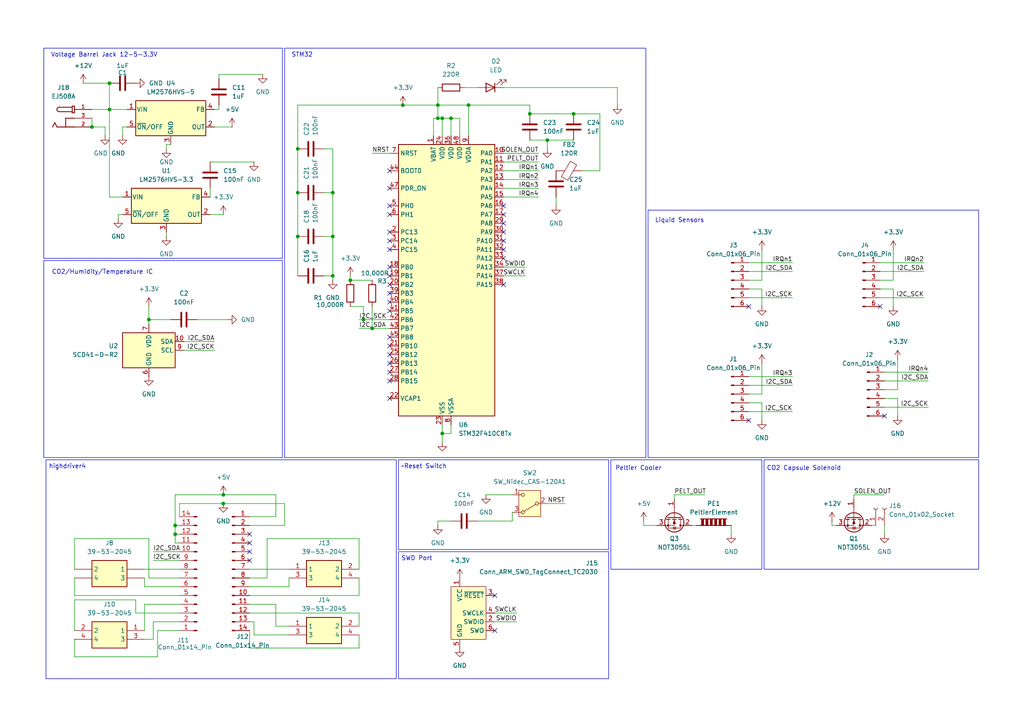
<source format=kicad_sch>
(kicad_sch (version 20231120) (generator "eeschema") (generator_version "8.0")
  (paper "A4")
  (lib_symbols
    (symbol "39-53-2045_1" (pin_numbers hide)
      (property "Reference" "J" (at 16.51 7.62 0))
      (property "Value" "39-53-2045" (at 16.51 5.08 0))
      (symbol "39-53-2045_1_1_1"
        (pin passive line (at 20.32 0 180) (length 5.08) (name "1") (number "1"))
        (pin passive line (at 0 0 0) (length 5.08) (name "2") (number "2"))
        (pin passive line (at 20.32 -2.54 180) (length 5.08) (name "3") (number "3"))
        (pin passive line (at 0 -2.54 0) (length 5.08) (name "4") (number "4"))
      )
    )
    (symbol "Connector:Conn_01x02_Socket" (pin_names (offset 1.016) hide)
      (property "Reference" "J" (at 0 2.54 0))
      (property "Value" "Conn_01x02_Socket" (at 0 -5.08 0))
      (symbol "Conn_01x02_Socket_1_1"
        (pin passive line (at -5.08 0 0) (length 3.81) (name "Pin_1") (number "1"))
        (pin passive line (at -5.08 -2.54 0) (length 3.81) (name "Pin_2") (number "2"))
      )
    )
    (symbol "Connector:Conn_01x06_Pin" (pin_names (offset 1.016) hide)
      (property "Reference" "J" (at 0 7.62 0))
      (property "Value" "Conn_01x06_Pin" (at 0 -10.16 0))
      (symbol "Conn_01x06_Pin_1_1"
        (pin passive line (at 5.08 5.08 180) (length 3.81) (name "Pin_1") (number "1"))
        (pin passive line (at 5.08 2.54 180) (length 3.81) (name "Pin_2") (number "2"))
        (pin passive line (at 5.08 0 180) (length 3.81) (name "Pin_3") (number "3"))
        (pin passive line (at 5.08 -2.54 180) (length 3.81) (name "Pin_4") (number "4"))
        (pin passive line (at 5.08 -5.08 180) (length 3.81) (name "Pin_5") (number "5"))
        (pin passive line (at 5.08 -7.62 180) (length 3.81) (name "Pin_6") (number "6"))
      )
    )
    (symbol "Connector:Conn_01x14_Pin" (pin_names (offset 1.016) hide)
      (property "Reference" "J" (at 0 17.78 0))
      (property "Value" "Conn_01x14_Pin" (at 0 -20.32 0))
      (symbol "Conn_01x14_Pin_1_1"
        (pin passive line (at 5.08 15.24 180) (length 3.81) (name "Pin_1") (number "1"))
        (pin passive line (at 5.08 -7.62 180) (length 3.81) (name "Pin_10") (number "10"))
        (pin passive line (at 5.08 -10.16 180) (length 3.81) (name "Pin_11") (number "11"))
        (pin passive line (at 5.08 -12.7 180) (length 3.81) (name "Pin_12") (number "12"))
        (pin passive line (at 5.08 -15.24 180) (length 3.81) (name "Pin_13") (number "13"))
        (pin passive line (at 5.08 -17.78 180) (length 3.81) (name "Pin_14") (number "14"))
        (pin passive line (at 5.08 12.7 180) (length 3.81) (name "Pin_2") (number "2"))
        (pin passive line (at 5.08 10.16 180) (length 3.81) (name "Pin_3") (number "3"))
        (pin passive line (at 5.08 7.62 180) (length 3.81) (name "Pin_4") (number "4"))
        (pin passive line (at 5.08 5.08 180) (length 3.81) (name "Pin_5") (number "5"))
        (pin passive line (at 5.08 2.54 180) (length 3.81) (name "Pin_6") (number "6"))
        (pin passive line (at 5.08 0 180) (length 3.81) (name "Pin_7") (number "7"))
        (pin passive line (at 5.08 -2.54 180) (length 3.81) (name "Pin_8") (number "8"))
        (pin passive line (at 5.08 -5.08 180) (length 3.81) (name "Pin_9") (number "9"))
      )
    )
    (symbol "Connector:Conn_ARM_SWD_TagConnect_TC2030" (in_bom no)
      (property "Reference" "J" (at 2.54 11.43 0))
      (property "Value" "Conn_ARM_SWD_TagConnect_TC2030" (at 5.08 8.89 0))
      (symbol "Conn_ARM_SWD_TagConnect_TC2030_0_0"
        (pin power_in line (at -2.54 10.16 270) (length 2.54) (name "VCC") (number "1"))
        (pin bidirectional line (at 7.62 -2.54 180) (length 2.54) (name "SWDIO") (number "2"))
        (pin open_collector line (at 7.62 5.08 180) (length 2.54) (name "~{RESET}") (number "3"))
        (pin output line (at 7.62 0 180) (length 2.54) (name "SWCLK") (number "4"))
        (pin power_in line (at -2.54 -10.16 90) (length 2.54) (name "GND") (number "5"))
        (pin input line (at 7.62 -5.08 180) (length 2.54) (name "SWO") (number "6"))
      )
    )
    (symbol "Device:C" (pin_numbers hide) (pin_names (offset 0.254))
      (property "Reference" "C" (at 0.635 2.54 0))
      (property "Value" "C" (at 0.635 -2.54 0))
      (symbol "C_1_1"
        (pin passive line (at 0 3.81 270) (length 2.794) (name "~") (number "1"))
        (pin passive line (at 0 -3.81 90) (length 2.794) (name "~") (number "2"))
      )
    )
    (symbol "Device:FerriteBead" (pin_numbers hide) (pin_names (offset 0))
      (property "Reference" "FB" (at -3.81 0.635 90))
      (property "Value" "FerriteBead" (at 3.81 0 90))
      (symbol "FerriteBead_1_1"
        (pin passive line (at 0 3.81 270) (length 2.54) (name "~") (number "1"))
        (pin passive line (at 0 -3.81 90) (length 2.54) (name "~") (number "2"))
      )
    )
    (symbol "Device:LED" (pin_numbers hide) (pin_names (offset 1.016) hide)
      (property "Reference" "D" (at 0 2.54 0))
      (property "Value" "LED" (at 0 -2.54 0))
      (symbol "LED_1_1"
        (pin passive line (at -3.81 0 0) (length 2.54) (name "K") (number "1"))
        (pin passive line (at 3.81 0 180) (length 2.54) (name "A") (number "2"))
      )
    )
    (symbol "Device:PeltierElement" (pin_numbers hide) (pin_names (offset 0))
      (property "Reference" "PE" (at 0 3.175 0))
      (property "Value" "PeltierElement" (at 0 -1.27 0))
      (symbol "PeltierElement_1_1"
        (pin passive line (at -5.08 0 0) (length 1.27) (name "~") (number "1"))
        (pin passive line (at 5.08 0 180) (length 1.27) (name "~") (number "2"))
      )
    )
    (symbol "Device:R" (pin_numbers hide) (pin_names (offset 0))
      (property "Reference" "R" (at 2.032 0 90))
      (property "Value" "R" (at 0 0 90))
      (symbol "R_1_1"
        (pin passive line (at 0 3.81 270) (length 1.27) (name "~") (number "1"))
        (pin passive line (at 0 -3.81 90) (length 1.27) (name "~") (number "2"))
      )
    )
    (symbol "MCU_ST_STM32F4:STM32F410C8Tx"
      (property "Reference" "U" (at -12.7 41.91 0))
      (property "Value" "STM32F410C8Tx" (at 10.16 41.91 0))
      (symbol "STM32F410C8Tx_1_1"
        (pin power_in line (at -2.54 43.18 270) (length 2.54) (name "VBAT") (number "1"))
        (pin bidirectional line (at 17.78 38.1 180) (length 2.54) (name "PA0") (number "10"))
        (pin bidirectional line (at 17.78 35.56 180) (length 2.54) (name "PA1") (number "11"))
        (pin bidirectional line (at 17.78 33.02 180) (length 2.54) (name "PA2") (number "12"))
        (pin bidirectional line (at 17.78 30.48 180) (length 2.54) (name "PA3") (number "13"))
        (pin bidirectional line (at 17.78 27.94 180) (length 2.54) (name "PA4") (number "14"))
        (pin bidirectional line (at 17.78 25.4 180) (length 2.54) (name "PA5") (number "15"))
        (pin bidirectional line (at 17.78 22.86 180) (length 2.54) (name "PA6") (number "16"))
        (pin bidirectional line (at 17.78 20.32 180) (length 2.54) (name "PA7") (number "17"))
        (pin bidirectional line (at -15.24 5.08 0) (length 2.54) (name "PB0") (number "18"))
        (pin bidirectional line (at -15.24 2.54 0) (length 2.54) (name "PB1") (number "19"))
        (pin bidirectional line (at -15.24 15.24 0) (length 2.54) (name "PC13") (number "2"))
        (pin bidirectional line (at -15.24 0 0) (length 2.54) (name "PB2") (number "20"))
        (pin bidirectional line (at -15.24 -17.78 0) (length 2.54) (name "PB10") (number "21"))
        (pin power_out line (at -15.24 -33.02 0) (length 2.54) (name "VCAP1") (number "22"))
        (pin power_in line (at 0 -40.64 90) (length 2.54) (name "VSS") (number "23"))
        (pin power_in line (at 0 43.18 270) (length 2.54) (name "VDD") (number "24"))
        (pin bidirectional line (at -15.24 -20.32 0) (length 2.54) (name "PB12") (number "25"))
        (pin bidirectional line (at -15.24 -22.86 0) (length 2.54) (name "PB13") (number "26"))
        (pin bidirectional line (at -15.24 -25.4 0) (length 2.54) (name "PB14") (number "27"))
        (pin bidirectional line (at -15.24 -27.94 0) (length 2.54) (name "PB15") (number "28"))
        (pin bidirectional line (at 17.78 17.78 180) (length 2.54) (name "PA8") (number "29"))
        (pin bidirectional line (at -15.24 12.7 0) (length 2.54) (name "PC14") (number "3"))
        (pin bidirectional line (at 17.78 15.24 180) (length 2.54) (name "PA9") (number "30"))
        (pin bidirectional line (at 17.78 12.7 180) (length 2.54) (name "PA10") (number "31"))
        (pin bidirectional line (at 17.78 10.16 180) (length 2.54) (name "PA11") (number "32"))
        (pin bidirectional line (at 17.78 7.62 180) (length 2.54) (name "PA12") (number "33"))
        (pin bidirectional line (at 17.78 5.08 180) (length 2.54) (name "PA13") (number "34"))
        (pin passive line (at 0 -40.64 90) (length 2.54) hide (name "VSS") (number "35"))
        (pin power_in line (at 2.54 43.18 270) (length 2.54) (name "VDD") (number "36"))
        (pin bidirectional line (at 17.78 2.54 180) (length 2.54) (name "PA14") (number "37"))
        (pin bidirectional line (at 17.78 0 180) (length 2.54) (name "PA15") (number "38"))
        (pin bidirectional line (at -15.24 -2.54 0) (length 2.54) (name "PB3") (number "39"))
        (pin bidirectional line (at -15.24 10.16 0) (length 2.54) (name "PC15") (number "4"))
        (pin bidirectional line (at -15.24 -5.08 0) (length 2.54) (name "PB4") (number "40"))
        (pin bidirectional line (at -15.24 -7.62 0) (length 2.54) (name "PB5") (number "41"))
        (pin bidirectional line (at -15.24 -10.16 0) (length 2.54) (name "PB6") (number "42"))
        (pin bidirectional line (at -15.24 -12.7 0) (length 2.54) (name "PB7") (number "43"))
        (pin input line (at -15.24 33.02 0) (length 2.54) (name "BOOT0") (number "44"))
        (pin bidirectional line (at -15.24 -15.24 0) (length 2.54) (name "PB8") (number "45"))
        (pin passive line (at 0 -40.64 90) (length 2.54) hide (name "VSS") (number "46"))
        (pin input line (at -15.24 27.94 0) (length 2.54) (name "PDR_ON") (number "47"))
        (pin power_in line (at 5.08 43.18 270) (length 2.54) (name "VDD") (number "48"))
        (pin bidirectional line (at -15.24 22.86 0) (length 2.54) (name "PH0") (number "5"))
        (pin bidirectional line (at -15.24 20.32 0) (length 2.54) (name "PH1") (number "6"))
        (pin input line (at -15.24 38.1 0) (length 2.54) (name "NRST") (number "7"))
        (pin power_in line (at 2.54 -40.64 90) (length 2.54) (name "VSSA") (number "8"))
        (pin power_in line (at 7.62 43.18 270) (length 2.54) (name "VDDA") (number "9"))
      )
    )
    (symbol "Regulator_Switching:LM2576HVS-3.3" (pin_names (offset 0.254))
      (property "Reference" "U" (at -10.16 6.35 0))
      (property "Value" "LM2576HVS-3.3" (at 0 6.35 0))
      (symbol "LM2576HVS-3.3_1_1"
        (pin power_in line (at -12.7 2.54 0) (length 2.54) (name "VIN") (number "1"))
        (pin output line (at 12.7 -2.54 180) (length 2.54) (name "OUT") (number "2"))
        (pin power_in line (at 0 -7.62 90) (length 2.54) (name "GND") (number "3"))
        (pin input line (at 12.7 2.54 180) (length 2.54) (name "FB") (number "4"))
        (pin input line (at -12.7 -2.54 0) (length 2.54) (name "~{ON}/OFF") (number "5"))
      )
    )
    (symbol "Regulator_Switching:LM2576HVS-5" (pin_names (offset 0.254))
      (property "Reference" "U" (at -10.16 6.35 0))
      (property "Value" "LM2576HVS-5" (at 0 6.35 0))
      (symbol "LM2576HVS-5_1_1"
        (pin power_in line (at -12.7 2.54 0) (length 2.54) (name "VIN") (number "1"))
        (pin output line (at 12.7 -2.54 180) (length 2.54) (name "OUT") (number "2"))
        (pin power_in line (at 0 -7.62 90) (length 2.54) (name "GND") (number "3"))
        (pin input line (at 12.7 2.54 180) (length 2.54) (name "FB") (number "4"))
        (pin input line (at -12.7 -2.54 0) (length 2.54) (name "~{ON}/OFF") (number "5"))
      )
    )
    (symbol "Sensor_Gas:SCD41-D-R2"
      (property "Reference" "U" (at -7.62 6.35 0))
      (property "Value" "SCD41-D-R2" (at 6.985 6.35 0))
      (symbol "SCD41-D-R2_1_1"
        (pin bidirectional line (at 10.16 2.54 180) (length 2.54) (name "SDA") (number "10"))
        (pin passive line (at 0 7.62 270) (length 2.54) hide (name "VDD") (number "19"))
        (pin passive line (at 0 -7.62 90) (length 2.54) hide (name "GND") (number "20"))
        (pin passive line (at 0 -7.62 90) (length 2.54) hide (name "GND") (number "21"))
        (pin power_in line (at 0 -7.62 90) (length 2.54) (name "GND") (number "6"))
        (pin power_in line (at 0 7.62 270) (length 2.54) (name "VDD") (number "7"))
        (pin input line (at 10.16 0 180) (length 2.54) (name "SCL") (number "9"))
      )
    )
    (symbol "Switch:SW_Nidec_CAS-120A1" (pin_names (offset 1) hide)
      (property "Reference" "SW" (at 0 4.318 0))
      (property "Value" "SW_Nidec_CAS-120A1" (at 0 -5.08 0))
      (symbol "SW_Nidec_CAS-120A1_1_1"
        (pin passive line (at 5.08 -2.54 180) (length 2.54) (name "C") (number "1"))
        (pin passive line (at -5.08 0 0) (length 2.54) (name "B") (number "2"))
        (pin passive line (at 5.08 2.54 180) (length 2.54) (name "A") (number "3"))
      )
    )
    (symbol "Transistor_FET:NDT3055L" (pin_names hide)
      (property "Reference" "Q" (at 5.08 1.905 0))
      (property "Value" "NDT3055L" (at 5.08 0 0))
      (symbol "NDT3055L_1_1"
        (pin input line (at -5.08 0 0) (length 2.54) (name "G") (number "1"))
        (pin passive line (at 2.54 5.08 270) (length 2.54) (name "D") (number "2"))
        (pin passive line (at 2.54 -5.08 90) (length 2.54) (name "S") (number "3"))
      )
    )
    (symbol "barrel_jack_EJ508A:EJ508A" (pin_names (offset 1.016))
      (property "Reference" "J" (at -5.08 5.08 0))
      (property "Value" "EJ508A" (at -5.08 -7.62 0))
      (symbol "EJ508A_0_0"
        (pin passive line (at 5.08 2.54 180) (length 5.08) (name "~") (number "1"))
        (pin passive line (at 5.08 -2.54 180) (length 5.08) (name "~") (number "2"))
        (pin passive line (at 5.08 0 180) (length 5.08) (name "~") (number "3"))
      )
    )
    (symbol "microfluid_connector:39-53-2045"
      (property "Reference" "J" (at 16.51 7.62 0))
      (property "Value" "39-53-2045" (at 16.51 5.08 0))
      (symbol "39-53-2045_1_1"
        (pin passive line (at 20.32 0 180) (length 5.08) (name "1") (number "1"))
        (pin passive line (at 0 0 0) (length 5.08) (name "2") (number "2"))
        (pin passive line (at 20.32 -2.54 180) (length 5.08) (name "3") (number "3"))
        (pin passive line (at 0 -2.54 0) (length 5.08) (name "4") (number "4"))
      )
    )
    (symbol "power:+12V" (power) (pin_numbers hide) (pin_names (offset 0) hide)
      (property "Value" "+12V" (at 0 3.556 0))
      (symbol "+12V_1_1"
        (pin power_in line (at 0 0 90) (length 0) (name "~") (number "1"))
      )
    )
    (symbol "power:+3.3V" (power) (pin_numbers hide) (pin_names (offset 0) hide)
      (property "Value" "+3.3V" (at 0 3.556 0))
      (symbol "+3.3V_1_1"
        (pin power_in line (at 0 0 90) (length 0) (name "~") (number "1"))
      )
    )
    (symbol "power:+5V" (power) (pin_numbers hide) (pin_names (offset 0) hide)
      (property "Value" "+5V" (at 0 3.556 0))
      (symbol "+5V_1_1"
        (pin power_in line (at 0 0 90) (length 0) (name "~") (number "1"))
      )
    )
    (symbol "power:GND" (power) (pin_numbers hide) (pin_names (offset 0) hide)
      (property "Value" "GND" (at 0 -3.81 0))
      (symbol "GND_1_1"
        (pin power_in line (at 0 0 270) (length 0) (name "~") (number "1"))
      )
    )
  )
  (junction (at 127 30.48))
  (junction (at 96.52 80.01))
  (junction (at 101.6 81.28))
  (junction (at 86.36 68.58))
  (junction (at 50.8 154.94))
  (junction (at 166.37 33.02))
  (junction (at 86.36 55.88))
  (junction (at 96.52 68.58))
  (junction (at 153.67 33.02))
  (junction (at 130.81 34.29))
  (junction (at 128.27 34.29))
  (junction (at 50.8 152.4))
  (junction (at 86.36 43.18))
  (junction (at 31.75 24.13))
  (junction (at 128.27 125.73))
  (junction (at 158.75 40.64))
  (junction (at 31.75 31.75))
  (junction (at 107.95 95.25))
  (junction (at 127 34.29))
  (junction (at 64.77 143.51))
  (junction (at 116.84 30.48))
  (junction (at 135.89 30.48))
  (junction (at 43.18 92.71))
  (junction (at 64.77 146.05))
  (junction (at 96.52 55.88))
  (junction (at 105.41 92.71))
  (junction (at 26.67 36.83))
  (no_connect (at 113.03 67.31))
  (no_connect (at 113.03 82.55))
  (no_connect (at 113.03 59.69))
  (no_connect (at 72.39 162.56))
  (no_connect (at 113.03 110.49))
  (no_connect (at 72.39 157.48))
  (no_connect (at 146.05 82.55))
  (no_connect (at 146.05 64.77))
  (no_connect (at 255.27 88.9))
  (no_connect (at 72.39 154.94))
  (no_connect (at 217.17 121.92))
  (no_connect (at 113.03 87.63))
  (no_connect (at 113.03 105.41))
  (no_connect (at 113.03 72.39))
  (no_connect (at 113.03 77.47))
  (no_connect (at 113.03 62.23))
  (no_connect (at 113.03 69.85))
  (no_connect (at 146.05 69.85))
  (no_connect (at 217.17 88.9))
  (no_connect (at 146.05 67.31))
  (no_connect (at 113.03 54.61))
  (no_connect (at 113.03 107.95))
  (no_connect (at 143.51 172.72))
  (no_connect (at 113.03 49.53))
  (no_connect (at 146.05 72.39))
  (no_connect (at 113.03 115.57))
  (no_connect (at 113.03 85.09))
  (no_connect (at 113.03 100.33))
  (no_connect (at 113.03 90.17))
  (no_connect (at 146.05 74.93))
  (no_connect (at 146.05 59.69))
  (no_connect (at 113.03 102.87))
  (no_connect (at 256.54 120.65))
  (no_connect (at 113.03 97.79))
  (no_connect (at 113.03 80.01))
  (no_connect (at 72.39 160.02))
  (no_connect (at 146.05 62.23))
  (no_connect (at 143.51 182.88))
  (wire (pts (xy 80.01 181.61) (xy 83.82 181.61)))
  (wire (pts (xy 127 34.29) (xy 128.27 34.29)))
  (wire (pts (xy 130.81 34.29) (xy 133.35 34.29)))
  (wire (pts (xy 153.67 33.02) (xy 166.37 33.02)))
  (wire (pts (xy 31.75 57.15) (xy 35.56 57.15)))
  (wire (pts (xy 138.43 151.13) (xy 148.59 151.13)))
  (wire (pts (xy 127 152.4) (xy 127 151.13)))
  (wire (pts (xy 254 152.4) (xy 252.73 152.4)))
  (wire (pts (xy 140.97 143.51) (xy 148.59 143.51)))
  (wire (pts (xy 267.97 78.74) (xy 255.27 78.74)))
  (wire (pts (xy 50.8 143.51) (xy 64.77 143.51)))
  (wire (pts (xy 43.18 88.9) (xy 43.18 92.71)))
  (wire (pts (xy 152.4 80.01) (xy 146.05 80.01)))
  (wire (pts (xy 35.56 36.83) (xy 36.83 36.83)))
  (wire (pts (xy 21.59 156.21) (xy 21.59 165.1)))
  (wire (pts (xy 35.56 39.37) (xy 35.56 36.83)))
  (wire (pts (xy 156.21 52.07) (xy 146.05 52.07)))
  (wire (pts (xy 146.05 49.53) (xy 156.21 49.53)))
  (wire (pts (xy 220.98 116.84) (xy 220.98 121.92)))
  (wire (pts (xy 76.2 21.59) (xy 63.5 21.59)))
  (wire (pts (xy 21.59 190.5) (xy 21.59 185.42)))
  (wire (pts (xy 128.27 128.27) (xy 128.27 125.73)))
  (wire (pts (xy 73.66 184.15) (xy 83.82 184.15)))
  (wire (pts (xy 26.67 36.83) (xy 30.48 36.83)))
  (wire (pts (xy 44.45 180.34) (xy 44.45 185.42)))
  (wire (pts (xy 116.84 30.48) (xy 127 30.48)))
  (wire (pts (xy 256.54 113.03) (xy 260.35 113.03)))
  (wire (pts (xy 133.35 34.29) (xy 133.35 39.37)))
  (wire (pts (xy 44.45 160.02) (xy 52.07 160.02)))
  (wire (pts (xy 96.52 81.28) (xy 96.52 80.01)))
  (wire (pts (xy 52.07 175.26) (xy 41.91 175.26)))
  (wire (pts (xy 179.07 25.4) (xy 146.05 25.4)))
  (wire (pts (xy 31.75 24.13) (xy 31.75 31.75)))
  (wire (pts (xy 43.18 92.71) (xy 43.18 93.98)))
  (wire (pts (xy 166.37 33.02) (xy 173.99 33.02)))
  (wire (pts (xy 21.59 173.99) (xy 21.59 182.88)))
  (wire (pts (xy 72.39 149.86) (xy 80.01 149.86)))
  (wire (pts (xy 82.55 152.4) (xy 82.55 146.05)))
  (wire (pts (xy 50.8 143.51) (xy 50.8 152.4)))
  (wire (pts (xy 161.29 59.69) (xy 161.29 57.15)))
  (wire (pts (xy 34.29 63.5) (xy 34.29 62.23)))
  (wire (pts (xy 135.89 30.48) (xy 153.67 30.48)))
  (wire (pts (xy 217.17 86.36) (xy 229.87 86.36)))
  (wire (pts (xy 48.26 41.91) (xy 48.26 43.18)))
  (wire (pts (xy 229.87 76.2) (xy 217.17 76.2)))
  (wire (pts (xy 26.67 34.29) (xy 26.67 36.83)))
  (wire (pts (xy 45.72 182.88) (xy 45.72 190.5)))
  (wire (pts (xy 127 30.48) (xy 135.89 30.48)))
  (wire (pts (xy 104.14 156.21) (xy 104.14 165.1)))
  (wire (pts (xy 48.26 41.91) (xy 49.53 41.91)))
  (wire (pts (xy 201.93 152.4) (xy 200.66 152.4)))
  (wire (pts (xy 80.01 175.26) (xy 80.01 181.61)))
  (wire (pts (xy 149.86 180.34) (xy 143.51 180.34)))
  (wire (pts (xy 96.52 43.18) (xy 93.98 43.18)))
  (wire (pts (xy 62.23 99.06) (xy 53.34 99.06)))
  (wire (pts (xy 86.36 55.88) (xy 86.36 43.18)))
  (wire (pts (xy 217.17 83.82) (xy 220.98 83.82)))
  (wire (pts (xy 63.5 21.59) (xy 63.5 22.86)))
  (wire (pts (xy 62.23 36.83) (xy 67.31 36.83)))
  (wire (pts (xy 83.82 170.18) (xy 83.82 167.64)))
  (wire (pts (xy 241.3 151.13) (xy 241.3 152.4)))
  (wire (pts (xy 220.98 83.82) (xy 220.98 88.9)))
  (wire (pts (xy 247.65 143.51) (xy 247.65 144.78)))
  (wire (pts (xy 128.27 125.73) (xy 130.81 125.73)))
  (wire (pts (xy 220.98 114.3) (xy 220.98 105.41)))
  (wire (pts (xy 156.21 44.45) (xy 146.05 44.45)))
  (wire (pts (xy 39.37 173.99) (xy 21.59 173.99)))
  (wire (pts (xy 149.86 177.8) (xy 143.51 177.8)))
  (wire (pts (xy 43.18 156.21) (xy 21.59 156.21)))
  (wire (pts (xy 101.6 81.28) (xy 107.95 81.28)))
  (wire (pts (xy 50.8 152.4) (xy 50.8 154.94)))
  (wire (pts (xy 104.14 92.71) (xy 105.41 92.71)))
  (wire (pts (xy 220.98 81.28) (xy 220.98 72.39)))
  (wire (pts (xy 256.54 143.51) (xy 247.65 143.51)))
  (wire (pts (xy 96.52 68.58) (xy 93.98 68.58)))
  (wire (pts (xy 269.24 107.95) (xy 256.54 107.95)))
  (wire (pts (xy 24.13 24.13) (xy 31.75 24.13)))
  (wire (pts (xy 269.24 110.49) (xy 256.54 110.49)))
  (wire (pts (xy 45.72 190.5) (xy 21.59 190.5)))
  (wire (pts (xy 72.39 187.96) (xy 72.39 182.88)))
  (wire (pts (xy 128.27 123.19) (xy 128.27 125.73)))
  (wire (pts (xy 259.08 81.28) (xy 259.08 72.39)))
  (wire (pts (xy 135.89 30.48) (xy 135.89 39.37)))
  (wire (pts (xy 158.75 43.18) (xy 158.75 40.64)))
  (wire (pts (xy 63.5 31.75) (xy 63.5 30.48)))
  (wire (pts (xy 86.36 80.01) (xy 86.36 68.58)))
  (wire (pts (xy 72.39 170.18) (xy 83.82 170.18)))
  (wire (pts (xy 44.45 185.42) (xy 41.91 185.42)))
  (wire (pts (xy 64.77 143.51) (xy 80.01 143.51)))
  (wire (pts (xy 195.58 143.51) (xy 195.58 144.78)))
  (wire (pts (xy 52.07 165.1) (xy 41.91 165.1)))
  (wire (pts (xy 256.54 118.11) (xy 269.24 118.11)))
  (wire (pts (xy 212.09 154.94) (xy 212.09 152.4)))
  (wire (pts (xy 39.37 177.8) (xy 39.37 173.99)))
  (wire (pts (xy 217.17 116.84) (xy 220.98 116.84)))
  (wire (pts (xy 255.27 86.36) (xy 267.97 86.36)))
  (wire (pts (xy 52.07 146.05) (xy 64.77 146.05)))
  (wire (pts (xy 204.47 143.51) (xy 195.58 143.51)))
  (wire (pts (xy 72.39 175.26) (xy 80.01 175.26)))
  (wire (pts (xy 52.07 154.94) (xy 50.8 154.94)))
  (wire (pts (xy 104.14 177.8) (xy 104.14 181.61)))
  (wire (pts (xy 130.81 34.29) (xy 130.81 39.37)))
  (wire (pts (xy 104.14 167.64) (xy 104.14 172.72)))
  (wire (pts (xy 86.36 30.48) (xy 116.84 30.48)))
  (wire (pts (xy 77.47 167.64) (xy 77.47 156.21)))
  (wire (pts (xy 57.15 92.71) (xy 66.04 92.71)))
  (wire (pts (xy 128.27 34.29) (xy 130.81 34.29)))
  (wire (pts (xy 96.52 55.88) (xy 96.52 43.18)))
  (wire (pts (xy 217.17 114.3) (xy 220.98 114.3)))
  (wire (pts (xy 62.23 101.6) (xy 53.34 101.6)))
  (wire (pts (xy 72.39 167.64) (xy 77.47 167.64)))
  (wire (pts (xy 163.83 146.05) (xy 158.75 146.05)))
  (wire (pts (xy 105.41 92.71) (xy 113.03 92.71)))
  (wire (pts (xy 50.8 154.94) (xy 50.8 157.48)))
  (wire (pts (xy 41.91 170.18) (xy 41.91 167.64)))
  (wire (pts (xy 105.41 88.9) (xy 105.41 92.71)))
  (wire (pts (xy 60.96 54.61) (xy 60.96 57.15)))
  (wire (pts (xy 72.39 152.4) (xy 82.55 152.4)))
  (wire (pts (xy 96.52 55.88) (xy 93.98 55.88)))
  (wire (pts (xy 73.66 180.34) (xy 72.39 180.34)))
  (wire (pts (xy 153.67 30.48) (xy 153.67 33.02)))
  (wire (pts (xy 104.14 95.25) (xy 107.95 95.25)))
  (wire (pts (xy 260.35 113.03) (xy 260.35 104.14)))
  (wire (pts (xy 64.77 146.05) (xy 82.55 146.05)))
  (wire (pts (xy 73.66 184.15) (xy 73.66 180.34)))
  (wire (pts (xy 156.21 46.99) (xy 146.05 46.99)))
  (wire (pts (xy 52.07 149.86) (xy 52.07 146.05)))
  (wire (pts (xy 77.47 156.21) (xy 104.14 156.21)))
  (wire (pts (xy 217.17 119.38) (xy 229.87 119.38)))
  (wire (pts (xy 72.39 172.72) (xy 104.14 172.72)))
  (wire (pts (xy 60.96 46.99) (xy 73.66 46.99)))
  (wire (pts (xy 186.69 151.13) (xy 186.69 152.4)))
  (wire (pts (xy 130.81 123.19) (xy 130.81 125.73)))
  (wire (pts (xy 52.07 180.34) (xy 44.45 180.34)))
  (wire (pts (xy 80.01 143.51) (xy 80.01 149.86)))
  (wire (pts (xy 128.27 34.29) (xy 128.27 39.37)))
  (wire (pts (xy 31.75 31.75) (xy 36.83 31.75)))
  (wire (pts (xy 104.14 184.15) (xy 104.14 187.96)))
  (wire (pts (xy 229.87 78.74) (xy 217.17 78.74)))
  (wire (pts (xy 52.07 167.64) (xy 43.18 167.64)))
  (wire (pts (xy 43.18 167.64) (xy 43.18 156.21)))
  (wire (pts (xy 255.27 81.28) (xy 259.08 81.28)))
  (wire (pts (xy 26.67 31.75) (xy 31.75 31.75)))
  (wire (pts (xy 134.62 25.4) (xy 138.43 25.4)))
  (wire (pts (xy 86.36 68.58) (xy 86.36 55.88)))
  (wire (pts (xy 260.35 115.57) (xy 260.35 120.65)))
  (wire (pts (xy 259.08 83.82) (xy 259.08 88.9)))
  (wire (pts (xy 256.54 115.57) (xy 260.35 115.57)))
  (wire (pts (xy 229.87 109.22) (xy 217.17 109.22)))
  (wire (pts (xy 156.21 57.15) (xy 146.05 57.15)))
  (wire (pts (xy 217.17 81.28) (xy 220.98 81.28)))
  (wire (pts (xy 173.99 33.02) (xy 173.99 49.53)))
  (wire (pts (xy 52.07 177.8) (xy 39.37 177.8)))
  (wire (pts (xy 62.23 31.75) (xy 63.5 31.75)))
  (wire (pts (xy 60.96 62.23) (xy 64.77 62.23)))
  (wire (pts (xy 125.73 34.29) (xy 127 34.29)))
  (wire (pts (xy 173.99 49.53) (xy 168.91 49.53)))
  (wire (pts (xy 31.75 31.75) (xy 31.75 57.15)))
  (wire (pts (xy 127 30.48) (xy 127 34.29)))
  (wire (pts (xy 52.07 152.4) (xy 50.8 152.4)))
  (wire (pts (xy 34.29 62.23) (xy 35.56 62.23)))
  (wire (pts (xy 127 25.4) (xy 127 30.48)))
  (wire (pts (xy 229.87 111.76) (xy 217.17 111.76)))
  (wire (pts (xy 179.07 30.48) (xy 179.07 25.4)))
  (wire (pts (xy 101.6 80.01) (xy 101.6 81.28)))
  (wire (pts (xy 152.4 77.47) (xy 146.05 77.47)))
  (wire (pts (xy 241.3 152.4) (xy 242.57 152.4)))
  (wire (pts (xy 127 151.13) (xy 130.81 151.13)))
  (wire (pts (xy 101.6 88.9) (xy 105.41 88.9)))
  (wire (pts (xy 96.52 80.01) (xy 96.52 68.58)))
  (wire (pts (xy 72.39 177.8) (xy 104.14 177.8)))
  (wire (pts (xy 43.18 92.71) (xy 49.53 92.71)))
  (wire (pts (xy 153.67 40.64) (xy 158.75 40.64)))
  (wire (pts (xy 93.98 80.01) (xy 96.52 80.01)))
  (wire (pts (xy 255.27 83.82) (xy 259.08 83.82)))
  (wire (pts (xy 72.39 165.1) (xy 83.82 165.1)))
  (wire (pts (xy 156.21 54.61) (xy 146.05 54.61)))
  (wire (pts (xy 107.95 44.45) (xy 113.03 44.45)))
  (wire (pts (xy 30.48 36.83) (xy 30.48 39.37)))
  (wire (pts (xy 41.91 175.26) (xy 41.91 182.88)))
  (wire (pts (xy 96.52 68.58) (xy 96.52 55.88)))
  (wire (pts (xy 125.73 34.29) (xy 125.73 39.37)))
  (wire (pts (xy 48.26 67.31) (xy 48.26 68.58)))
  (wire (pts (xy 52.07 157.48) (xy 50.8 157.48)))
  (wire (pts (xy 256.54 154.94) (xy 256.54 152.4)))
  (wire (pts (xy 52.07 182.88) (xy 45.72 182.88)))
  (wire (pts (xy 267.97 76.2) (xy 255.27 76.2)))
  (wire (pts (xy 72.39 187.96) (xy 104.14 187.96)))
  (wire (pts (xy 186.69 152.4) (xy 190.5 152.4)))
  (wire (pts (xy 107.95 95.25) (xy 113.03 95.25)))
  (wire (pts (xy 148.59 151.13) (xy 148.59 148.59)))
  (wire (pts (xy 52.07 170.18) (xy 41.91 170.18)))
  (wire (pts (xy 86.36 43.18) (xy 86.36 30.48)))
  (wire (pts (xy 21.59 172.72) (xy 21.59 167.64)))
  (wire (pts (xy 44.45 162.56) (xy 52.07 162.56)))
  (wire (pts (xy 107.95 88.9) (xy 107.95 95.25)))
  (wire (pts (xy 52.07 172.72) (xy 21.59 172.72)))
  (wire (pts (xy 158.75 40.64) (xy 166.37 40.64)))
  (rectangle (start 115.57 133.35) (end 176.53 159.385))
  (rectangle (start 177.165 133.35) (end 220.98 165.1))
  (rectangle (start 12.7 75.565) (end 81.915 132.715))
  (rectangle (start 221.615 133.35) (end 283.845 165.1))
  (rectangle (start 82.55 13.97) (end 187.325 132.715))
  (rectangle (start 12.7 13.97) (end 81.915 74.93))
  (rectangle (start 13.335 133.35) (end 114.935 196.85))
  (rectangle (start 187.96 60.96) (end 283.845 132.715))
  (rectangle (start 115.57 160.02) (end 176.53 196.85))
  (text "Voltage Barrel Jack 12-5-3.3V" (at 30.226 16.002 0) (effects (font (size 1.27 1.27))))
  (text "CO2/Humidity/Temperature IC" (at 29.718 78.994 0) (effects (font (size 1.27 1.27))))
  (text "Peltier Cooler" (at 185.166 135.89 0) (effects (font (size 1.27 1.27))))
  (text "STM32" (at 87.63 16.002 0) (effects (font (size 1.27 1.27))))
  (text "SWD Port" (at 120.904 162.052 0) (effects (font (size 1.27 1.27))))
  (text "Liquid Sensors" (at 197.104 64.008 0) (effects (font (size 1.27 1.27))))
  (text "highdriver4" (at 19.558 135.382 0) (effects (font (size 1.27 1.27))))
  (text "~Reset Switch" (at 122.936 135.382 0) (effects (font (size 1.27 1.27))))
  (text "CO2 Capsule Solenoid" (at 233.172 135.89 0) (effects (font (size 1.27 1.27))))
  (label "I2C_SDA" (at 269.24 110.49 180))
  (label "IRQn3" (at 156.21 54.61 180))
  (label "I2C_SCK" (at 62.23 101.6 180))
  (label "IRQn1" (at 229.87 76.2 180))
  (label "I2C_SCK" (at 44.45 162.56 0))
  (label "I2C_SCK" (at 229.87 86.36 180))
  (label "IRQn4" (at 156.21 57.15 180))
  (label "IRQn4" (at 269.24 107.95 180))
  (label "I2C_SDA" (at 229.87 78.74 180))
  (label "SWCLK" (at 152.4 80.01 180))
  (label "PELT_OUT" (at 195.58 143.51 0))
  (label "I2C_SCK" (at 229.87 119.38 180))
  (label "I2C_SCK" (at 104.14 92.71 0))
  (label "NRST" (at 163.83 146.05 180))
  (label "SWDIO" (at 149.86 180.34 180))
  (label "I2C_SDA" (at 62.23 99.06 180))
  (label "SOLEN_OUT" (at 247.65 143.51 0))
  (label "I2C_SCK" (at 267.97 86.36 180))
  (label "NRST" (at 107.95 44.45 0))
  (label "IRQn2" (at 156.21 52.07 180))
  (label "SWDIO" (at 152.4 77.47 180))
  (label "I2C_SDA" (at 267.97 78.74 180))
  (label "IRQn3" (at 229.87 109.22 180))
  (label "SOLEN_OUT" (at 156.21 44.45 180))
  (label "I2C_SCK" (at 269.24 118.11 180))
  (label "PELT_OUT" (at 156.21 46.99 180))
  (label "IRQn1" (at 156.21 49.53 180))
  (label "I2C_SDA" (at 229.87 111.76 180))
  (label "I2C_SDA" (at 104.14 95.25 0))
  (label "SWCLK" (at 149.86 177.8 180))
  (label "IRQn2" (at 267.97 76.2 180))
  (label "I2C_SDA" (at 44.45 160.02 0))
  (symbol (lib_id "Regulator_Switching:LM2576HVS-3.3") (at 48.26 59.69 0) (unit 1)
    (property "Reference" "U1" (at 48.26 49.53 0))
    (property "Value" "LM2576HVS-3.3" (at 48.26 52.07 0))
    (property "Footprint" "Package_TO_SOT_SMD:TO-263-5_TabPin3" (effects (hide yes)))
    (property "Datasheet" "http://www.ti.com/lit/ds/symlink/lm2576.pdf" (effects (hide yes)))
    (property "Description" "3.3V, 3A, SIMPLE SWITCHER® Step-Down Voltage Regulator, High Voltage Input, TO-263" (effects (hide yes)))
  )
  (symbol (lib_id "power:GND") (at 133.35 187.96 0) (unit 1)
    (property "Reference" "#PWR019" (effects (hide yes)))
    (property "Value" "GND" (at 133.35 193.04 0))
    (property "Description" "Power symbol creates a global label with name \"GND\" , ground" (effects (hide yes)))
  )
  (symbol (lib_id "Device:C") (at 90.17 80.01 90) (unit 1)
    (property "Reference" "C16" (at 88.8999 76.2 0) (effects (justify left)))
    (property "Value" "1uF" (at 91.4399 76.2 0) (effects (justify left)))
    (property "Footprint" "Capacitor_SMD:C_0402_1005Metric" (effects (hide yes)))
    (property "Description" "Unpolarized capacitor" (effects (hide yes)))
  )
  (symbol (lib_id "power:GND") (at 43.18 109.22 0) (unit 1)
    (property "Reference" "#PWR039" (effects (hide yes)))
    (property "Value" "GND" (at 43.18 114.3 0))
    (property "Description" "Power symbol creates a global label with name \"GND\" , ground" (effects (hide yes)))
  )
  (symbol (lib_id "power:GND") (at 35.56 39.37 0) (unit 1)
    (property "Reference" "#PWR027" (effects (hide yes)))
    (property "Value" "GND" (at 34.29 44.45 0))
    (property "Description" "Power symbol creates a global label with name \"GND\" , ground" (effects (hide yes)))
  )
  (symbol (lib_id "MCU_ST_STM32F4:STM32F410C8Tx") (at 128.27 82.55 0) (unit 1)
    (property "Reference" "U6" (at 133.0041 123.19 0) (effects (justify left)))
    (property "Value" "STM32F410C8Tx" (at 133.0041 125.73 0) (effects (justify left)))
    (property "Footprint" "Package_QFP:LQFP-48_7x7mm_P0.5mm" (effects (hide yes)))
    (property "Datasheet" "https://www.st.com/resource/en/datasheet/stm32f410c8.pdf" (effects (hide yes)))
    (property "Description" "STMicroelectronics Arm Cortex-M4 MCU, 64KB flash, 32KB RAM, 100 MHz, 1.7-3.6V, 35 GPIO, LQFP48" (effects (hide yes)))
  )
  (symbol (lib_id "Device:C") (at 166.37 36.83 0) (unit 1)
    (property "Reference" "C24" (at 170.18 35.5599 0) (effects (justify left)))
    (property "Value" "1uF" (at 170.18 38.0999 0) (effects (justify left)))
    (property "Footprint" "Capacitor_SMD:C_0402_1005Metric" (effects (hide yes)))
    (property "Description" "Unpolarized capacitor" (effects (hide yes)))
  )
  (symbol (lib_id "power:GND") (at 158.75 43.18 0) (unit 1)
    (property "Reference" "#PWR042" (effects (hide yes)))
    (property "Value" "GND" (at 158.75 48.26 0))
    (property "Description" "Power symbol creates a global label with name \"GND\" , ground" (effects (hide yes)))
  )
  (symbol (lib_id "power:+12V") (at 24.13 24.13 0) (unit 1)
    (property "Reference" "#PWR028" (effects (hide yes)))
    (property "Value" "+12V" (at 24.13 19.05 0))
    (property "Description" "Power symbol creates a global label with name \"+12V\"" (effects (hide yes)))
  )
  (symbol (lib_id "power:GND") (at 260.35 120.65 0) (unit 1)
    (property "Reference" "#PWR04" (effects (hide yes)))
    (property "Value" "GND" (at 260.35 125.73 0))
    (property "Description" "Power symbol creates a global label with name \"GND\" , ground" (effects (hide yes)))
  )
  (symbol (lib_id "power:+5V") (at 186.69 151.13 0) (unit 1)
    (property "Reference" "#PWR012" (effects (hide yes)))
    (property "Value" "+5V" (at 186.69 146.05 0))
    (property "Description" "Power symbol creates a global label with name \"+5V\"" (effects (hide yes)))
  )
  (symbol (lib_id "power:GND") (at 179.07 30.48 0) (unit 1)
    (property "Reference" "#PWR041" (effects (hide yes)))
    (property "Value" "GND" (at 179.07 35.56 0))
    (property "Description" "Power symbol creates a global label with name \"GND\" , ground" (effects (hide yes)))
  )
  (symbol (lib_id "power:GND") (at 76.2 21.59 0) (unit 1)
    (property "Reference" "#PWR029" (effects (hide yes)))
    (property "Value" "GND" (at 76.2 26.67 0))
    (property "Description" "Power symbol creates a global label with name \"GND\" , ground" (effects (hide yes)))
  )
  (symbol (lib_id "Connector:Conn_01x06_Pin") (at 250.19 81.28 0) (unit 1)
    (property "Reference" "J4" (at 250.825 71.12 0))
    (property "Value" "Conn_01x06_Pin" (at 250.825 73.66 0))
    (property "Footprint" "Connector_Hirose:Hirose_DF13-06P-1.25DSA_1x06_P1.25mm_Vertical" (effects (hide yes)))
    (property "Description" "Generic connector, single row, 01x06, script generated" (effects (hide yes)))
  )
  (symbol (lib_id "barrel_jack_EJ508A:EJ508A") (at 21.59 34.29 0) (unit 1)
    (property "Reference" "J18" (at 18.415 25.4 0))
    (property "Value" "EJ508A" (at 18.415 27.94 0))
    (property "Footprint" "barrel_jack_EJ508A:MPD_EJ508A" (effects (hide yes)))
    (property "PARTREV" "J" (effects (hide yes)))
    (property "STANDARD" "Manufacturer Recommendations" (effects (hide yes)))
    (property "MAXIMUM_PACKAGE_HEIGHT" "10.85 mm" (effects (hide yes)))
    (property "MANUFACTURER" "MPD" (effects (hide yes)))
  )
  (symbol (lib_id "power:+3.3V") (at 64.77 62.23 0) (unit 1)
    (property "Reference" "#PWR023" (effects (hide yes)))
    (property "Value" "+3.3V" (at 64.77 57.15 0))
    (property "Description" "Power symbol creates a global label with name \"+3.3V\"" (effects (hide yes)))
  )
  (symbol (lib_id "Device:FerriteBead") (at 165.1 49.53 90) (unit 1)
    (property "Reference" "FB2" (at 165.0492 41.91 90))
    (property "Value" "120R" (at 165.0492 44.45 90))
    (property "Footprint" "Inductor_SMD:L_7.3x7.3_H4.5" (effects (hide yes)))
    (property "Description" "Ferrite bead" (effects (hide yes)))
  )
  (symbol (lib_id "Device:C") (at 90.17 43.18 90) (unit 1)
    (property "Reference" "C22" (at 88.8999 39.37 0) (effects (justify left)))
    (property "Value" "100nF" (at 91.4399 39.37 0) (effects (justify left)))
    (property "Footprint" "Capacitor_SMD:C_0402_1005Metric" (effects (hide yes)))
    (property "Description" "Unpolarized capacitor" (effects (hide yes)))
  )
  (symbol (lib_id "Connector:Conn_ARM_SWD_TagConnect_TC2030") (at 135.89 177.8 0) (unit 1) (in_bom no)
    (property "Reference" "J15" (at 173.482 163.322 0) (effects (justify right)))
    (property "Value" "Conn_ARM_SWD_TagConnect_TC2030" (at 173.482 165.862 0) (effects (justify right)))
    (property "Footprint" "Connector:Tag-Connect_TC2030-IDC-FP_2x03_P1.27mm_Vertical" (effects (hide yes)))
    (property "Datasheet" "https://www.tag-connect.com/wp-content/uploads/bsk-pdf-manager/TC2030-CTX_1.pdf" (effects (hide yes)))
    (property "Description" "Tag-Connect ARM Cortex SWD JTAG connector, 6 pin" (effects (hide yes)))
  )
  (symbol (lib_id "Device:C") (at 60.96 50.8 0) (unit 1)
    (property "Reference" "C15" (at 64.77 49.5299 0) (effects (justify left)))
    (property "Value" "100nF" (at 64.77 52.0699 0) (effects (justify left)))
    (property "Footprint" "Capacitor_SMD:C_0402_1005Metric" (effects (hide yes)))
    (property "Description" "Unpolarized capacitor" (effects (hide yes)))
  )
  (symbol (lib_id "Device:C") (at 35.56 24.13 90) (unit 1)
    (property "Reference" "C1" (at 35.56 21.082 90))
    (property "Value" "1uF" (at 35.56 19.05 90))
    (property "Footprint" "Capacitor_SMD:C_0402_1005Metric" (effects (hide yes)))
    (property "Description" "Unpolarized capacitor" (effects (hide yes)))
  )
  (symbol (lib_id "power:GND") (at 34.29 63.5 0) (unit 1)
    (property "Reference" "#PWR026" (effects (hide yes)))
    (property "Value" "GND" (at 34.29 68.58 0))
    (property "Description" "Power symbol creates a global label with name \"GND\" , ground" (effects (hide yes)))
  )
  (symbol (lib_id "Device:C") (at 134.62 151.13 90) (unit 1)
    (property "Reference" "C14" (at 134.62 143.51 90))
    (property "Value" "100nF" (at 134.62 146.05 90))
    (property "Footprint" "Capacitor_SMD:C_0402_1005Metric" (effects (hide yes)))
    (property "Description" "Unpolarized capacitor" (effects (hide yes)))
  )
  (symbol (lib_id "power:GND") (at 220.98 88.9 0) (unit 1)
    (property "Reference" "#PWR06" (effects (hide yes)))
    (property "Value" "GND" (at 220.98 93.98 0))
    (property "Description" "Power symbol creates a global label with name \"GND\" , ground" (effects (hide yes)))
  )
  (symbol (lib_id "microfluid_connector:39-53-2045") (at 104.14 165.1 0) (mirror y) (unit 1)
    (property "Reference" "J13" (at 93.98 157.48 0))
    (property "Value" "39-53-2045" (at 93.98 160.02 0))
    (property "Footprint" "microfluidics:39532045" (effects (hide yes)))
    (property "Datasheet" "https://www.molex.com/content/dam/molex/molex-dot-com/products/automated/en-us/salesdrawingpdf/559/5597/039532045_sd.pdf?inline" (effects (hide yes)))
    (property "Description" "Molex FFC/FPC THROUGH HOLE Series 1.25mm Pitch 4 Way 1 Row Straight Through Hole Female FPC Connector" (effects (hide yes)))
    (property "Height" "10" (effects (hide yes)))
    (property "Mouser Part Number" "538-39532045" (effects (hide yes)))
    (property "Mouser Price/Stock" "https://www.mouser.co.uk/ProductDetail/Molex/39-53-2045?qs=SuPW8U%252B1b0w09bXfTbBfbA%3D%3D" (effects (hide yes)))
    (property "Manufacturer_Name" "Molex" (effects (hide yes)))
    (property "Manufacturer_Part_Number" "39-53-2045" (effects (hide yes)))
  )
  (symbol (lib_id "power:GND") (at 39.37 24.13 90) (unit 1)
    (property "Reference" "#PWR09" (effects (hide yes)))
    (property "Value" "GND" (at 43.18 24.1299 90) (effects (justify right)))
    (property "Description" "Power symbol creates a global label with name \"GND\" , ground" (effects (hide yes)))
  )
  (symbol (lib_id "Device:PeltierElement") (at 207.01 152.4 0) (unit 1)
    (property "Reference" "PE1" (at 207.01 146.05 0))
    (property "Value" "PeltierElement" (at 207.01 148.59 0))
    (property "Footprint" "Connector_PinSocket_2.54mm:PinSocket_1x02_P2.54mm_Vertical" (effects (hide yes)))
    (property "Description" "Peltier element, thermoelectric cooler" (effects (hide yes)))
  )
  (symbol (lib_id "Connector:Conn_01x06_Pin") (at 212.09 81.28 0) (unit 1)
    (property "Reference" "J3" (at 212.725 71.12 0))
    (property "Value" "Conn_01x06_Pin" (at 212.725 73.66 0))
    (property "Footprint" "Connector_Hirose:Hirose_DF13-06P-1.25DSA_1x06_P1.25mm_Vertical" (effects (hide yes)))
    (property "Description" "Generic connector, single row, 01x06, script generated" (effects (hide yes)))
  )
  (symbol (lib_id "power:GND") (at 64.77 146.05 0) (unit 1)
    (property "Reference" "#PWR017" (effects (hide yes)))
    (property "Value" "GND" (at 64.77 151.13 0))
    (property "Description" "Power symbol creates a global label with name \"GND\" , ground" (effects (hide yes)))
  )
  (symbol (lib_id "power:+3.3V") (at 220.98 72.39 0) (unit 1)
    (property "Reference" "#PWR05" (effects (hide yes)))
    (property "Value" "+3.3V" (at 220.98 67.31 0))
    (property "Description" "Power symbol creates a global label with name \"+3.3V\"" (effects (hide yes)))
  )
  (symbol (lib_id "power:+12V") (at 241.3 151.13 0) (unit 1)
    (property "Reference" "#PWR031" (effects (hide yes)))
    (property "Value" "+12V" (at 241.3 146.05 0))
    (property "Description" "Power symbol creates a global label with name \"+12V\"" (effects (hide yes)))
  )
  (symbol (lib_id "power:GND") (at 48.26 43.18 0) (unit 1)
    (property "Reference" "#PWR030" (effects (hide yes)))
    (property "Value" "GND" (at 48.26 46.99 0))
    (property "Description" "Power symbol creates a global label with name \"GND\" , ground" (effects (hide yes)))
  )
  (symbol (lib_id "power:GND") (at 212.09 154.94 0) (unit 1)
    (property "Reference" "#PWR038" (effects (hide yes)))
    (property "Value" "GND" (at 212.09 160.02 0))
    (property "Description" "Power symbol creates a global label with name \"GND\" , ground" (effects (hide yes)))
  )
  (symbol (lib_id "power:GND") (at 96.52 81.28 0) (unit 1)
    (property "Reference" "#PWR035" (effects (hide yes)))
    (property "Value" "GND" (at 96.52 86.36 0))
    (property "Description" "Power symbol creates a global label with name \"GND\" , ground" (effects (hide yes)))
  )
  (symbol (lib_id "power:GND") (at 30.48 39.37 0) (unit 1)
    (property "Reference" "#PWR025" (effects (hide yes)))
    (property "Value" "GND" (at 29.21 44.45 0))
    (property "Description" "Power symbol creates a global label with name \"GND\" , ground" (effects (hide yes)))
  )
  (symbol (lib_id "Transistor_FET:NDT3055L") (at 195.58 149.86 270) (unit 1)
    (property "Reference" "Q3" (at 195.58 156.21 90))
    (property "Value" "NDT3055L" (at 195.58 158.75 90))
    (property "Footprint" "Package_TO_SOT_SMD:SOT-223-3_TabPin2" (effects (hide yes)))
    (property "Datasheet" "https://www.onsemi.com/pdf/datasheet/ndt3055l-d.pdf" (effects (hide yes)))
    (property "Description" "4A Id, 60V Vds, N-Channel Logic Level Enhancement Mode MOSFET, SOT-223" (effects (hide yes)))
  )
  (symbol (lib_id "power:GND") (at 66.04 92.71 90) (unit 1)
    (property "Reference" "#PWR010" (effects (hide yes)))
    (property "Value" "GND" (at 69.85 92.7099 90) (effects (justify right)))
    (property "Description" "Power symbol creates a global label with name \"GND\" , ground" (effects (hide yes)))
  )
  (symbol (lib_id "Sensor_Gas:SCD41-D-R2") (at 43.18 101.6 0) (unit 1)
    (property "Reference" "U2" (at 34.29 100.3299 0) (effects (justify right)))
    (property "Value" "SCD41-D-R2" (at 34.29 102.8699 0) (effects (justify right)))
    (property "Footprint" "Sensor:Sensirion_SCD4x-1EP_10.1x10.1mm_P1.25mm_EP4.8x4.8mm" (effects (hide yes)))
    (property "Datasheet" "https://sensirion.com/media/documents/E0F04247/631EF271/CD_DS_SCD40_SCD41_Datasheet_D1.pdf" (effects (hide yes)))
    (property "Description" "Photoacoustic CO2 sensor, 40 000 ppm, I2C, 2.4-5.5 V, High accuracy  400 - 5000 ppm" (effects (hide yes)))
  )
  (symbol (lib_id "Switch:SW_Nidec_CAS-120A1") (at 153.67 146.05 180) (unit 1)
    (property "Reference" "SW2" (at 153.67 137.16 0))
    (property "Value" "SW_Nidec_CAS-120A1" (at 153.67 139.7 0))
    (property "Footprint" "Button_Switch_SMD:Nidec_Copal_CAS-120A" (effects (hide yes)))
    (property "Datasheet" "https://www.nidec-components.com/e/catalog/switch/cas.pdf" (effects (hide yes)))
    (property "Description" "Switch, single pole double throw" (effects (hide yes)))
  )
  (symbol (lib_id "Device:LED") (at 142.24 25.4 180) (unit 1)
    (property "Reference" "D2" (at 143.8275 17.78 0))
    (property "Value" "LED" (at 143.8275 20.32 0))
    (property "Footprint" "LED_THT:LED_D3.0mm" (effects (hide yes)))
    (property "Description" "Light emitting diode" (effects (hide yes)))
  )
  (symbol (lib_name "39-53-2045_1") (lib_id "microfluid_connector:39-53-2045") (at 21.59 165.1 0) (unit 1)
    (property "Reference" "J8" (at 31.75 157.48 0))
    (property "Value" "39-53-2045" (at 31.75 160.02 0))
    (property "Footprint" "microfluidics:39532045" (effects (hide yes)))
    (property "Datasheet" "https://www.molex.com/content/dam/molex/molex-dot-com/products/automated/en-us/salesdrawingpdf/559/5597/039532045_sd.pdf?inline" (effects (hide yes)))
    (property "Description" "Molex FFC/FPC THROUGH HOLE Series 1.25mm Pitch 4 Way 1 Row Straight Through Hole Female FPC Connector" (effects (hide yes)))
    (property "Height" "10" (effects (hide yes)))
    (property "Mouser Part Number" "538-39532045" (effects (hide yes)))
    (property "Mouser Price/Stock" "https://www.mouser.co.uk/ProductDetail/Molex/39-53-2045?qs=SuPW8U%252B1b0w09bXfTbBfbA%3D%3D" (effects (hide yes)))
    (property "Manufacturer_Name" "Molex" (effects (hide yes)))
    (property "Manufacturer_Part_Number" "39-53-2045" (effects (hide yes)))
  )
  (symbol (lib_id "power:+5V") (at 67.31 36.83 0) (unit 1)
    (property "Reference" "#PWR022" (effects (hide yes)))
    (property "Value" "+5V" (at 67.31 31.75 0))
    (property "Description" "Power symbol creates a global label with name \"+5V\"" (effects (hide yes)))
  )
  (symbol (lib_id "power:+3.3V") (at 220.98 105.41 0) (unit 1)
    (property "Reference" "#PWR01" (effects (hide yes)))
    (property "Value" "+3.3V" (at 220.98 100.33 0))
    (property "Description" "Power symbol creates a global label with name \"+3.3V\"" (effects (hide yes)))
  )
  (symbol (lib_id "power:+3.3V") (at 260.35 104.14 0) (unit 1)
    (property "Reference" "#PWR03" (effects (hide yes)))
    (property "Value" "+3.3V" (at 260.35 99.06 0))
    (property "Description" "Power symbol creates a global label with name \"+3.3V\"" (effects (hide yes)))
  )
  (symbol (lib_id "Connector:Conn_01x02_Socket") (at 254 147.32 90) (unit 1)
    (property "Reference" "J16" (at 257.81 146.6849 90) (effects (justify right)))
    (property "Value" "Conn_01x02_Socket" (at 257.81 149.2249 90) (effects (justify right)))
    (property "Footprint" "Connector_PinSocket_2.54mm:PinSocket_1x02_P2.54mm_Vertical" (effects (hide yes)))
    (property "Description" "Generic connector, single row, 01x02, script generated" (effects (hide yes)))
  )
  (symbol (lib_id "power:+3.3V") (at 101.6 80.01 0) (unit 1)
    (property "Reference" "#PWR011" (effects (hide yes)))
    (property "Value" "+3.3V" (at 101.6 74.93 0))
    (property "Description" "Power symbol creates a global label with name \"+3.3V\"" (effects (hide yes)))
  )
  (symbol (lib_id "Connector:Conn_01x06_Pin") (at 251.46 113.03 0) (unit 1)
    (property "Reference" "J2" (at 252.095 102.87 0))
    (property "Value" "Conn_01x06_Pin" (at 252.095 105.41 0))
    (property "Footprint" "Connector_Hirose:Hirose_DF13-06P-1.25DSA_1x06_P1.25mm_Vertical" (effects (hide yes)))
    (property "Description" "Generic connector, single row, 01x06, script generated" (effects (hide yes)))
  )
  (symbol (lib_id "Connector:Conn_01x06_Pin") (at 212.09 114.3 0) (unit 1)
    (property "Reference" "J1" (at 212.725 104.14 0))
    (property "Value" "Conn_01x06_Pin" (at 212.725 106.68 0))
    (property "Footprint" "Connector_Hirose:Hirose_DF13-06P-1.25DSA_1x06_P1.25mm_Vertical" (effects (hide yes)))
    (property "Description" "Generic connector, single row, 01x06, script generated" (effects (hide yes)))
  )
  (symbol (lib_id "microfluid_connector:39-53-2045") (at 21.59 182.88 0) (unit 1)
    (property "Reference" "J10" (at 31.75 175.26 0))
    (property "Value" "39-53-2045" (at 31.75 177.8 0))
    (property "Footprint" "microfluidics:39532045" (effects (hide yes)))
    (property "Datasheet" "https://www.molex.com/content/dam/molex/molex-dot-com/products/automated/en-us/salesdrawingpdf/559/5597/039532045_sd.pdf?inline" (effects (hide yes)))
    (property "Description" "Molex FFC/FPC THROUGH HOLE Series 1.25mm Pitch 4 Way 1 Row Straight Through Hole Female FPC Connector" (effects (hide yes)))
    (property "Height" "10" (effects (hide yes)))
    (property "Mouser Part Number" "538-39532045" (effects (hide yes)))
    (property "Mouser Price/Stock" "https://www.mouser.co.uk/ProductDetail/Molex/39-53-2045?qs=SuPW8U%252B1b0w09bXfTbBfbA%3D%3D" (effects (hide yes)))
    (property "Manufacturer_Name" "Molex" (effects (hide yes)))
    (property "Manufacturer_Part_Number" "39-53-2045" (effects (hide yes)))
  )
  (symbol (lib_id "power:+3.3V") (at 133.35 167.64 0) (unit 1)
    (property "Reference" "#PWR020" (effects (hide yes)))
    (property "Value" "+3.3V" (at 133.35 162.56 0))
    (property "Description" "Power symbol creates a global label with name \"+3.3V\"" (effects (hide yes)))
  )
  (symbol (lib_id "power:GND") (at 140.97 143.51 0) (unit 1)
    (property "Reference" "#PWR032" (effects (hide yes)))
    (property "Value" "GND" (at 140.97 148.59 0))
    (property "Description" "Power symbol creates a global label with name \"GND\" , ground" (effects (hide yes)))
  )
  (symbol (lib_id "power:GND") (at 127 152.4 0) (unit 1)
    (property "Reference" "#PWR033" (effects (hide yes)))
    (property "Value" "GND" (at 127 157.48 0))
    (property "Description" "Power symbol creates a global label with name \"GND\" , ground" (effects (hide yes)))
  )
  (symbol (lib_id "power:GND") (at 256.54 154.94 0) (unit 1)
    (property "Reference" "#PWR036" (effects (hide yes)))
    (property "Value" "GND" (at 256.54 160.02 0))
    (property "Description" "Power symbol creates a global label with name \"GND\" , ground" (effects (hide yes)))
  )
  (symbol (lib_id "Device:R") (at 130.81 25.4 90) (unit 1)
    (property "Reference" "R2" (at 130.81 19.05 90))
    (property "Value" "220R" (at 130.81 21.59 90))
    (property "Footprint" "Resistor_THT:R_Axial_DIN0204_L3.6mm_D1.6mm_P5.08mm_Horizontal" (effects (hide yes)))
    (property "Description" "Resistor" (effects (hide yes)))
  )
  (symbol (lib_id "Device:R") (at 107.95 85.09 0) (unit 1)
    (property "Reference" "R3" (at 109.474 81.534 0) (effects (justify left)))
    (property "Value" "10,000R" (at 104.648 79.248 0) (effects (justify left)))
    (property "Footprint" "Resistor_THT:R_Axial_DIN0207_L6.3mm_D2.5mm_P7.62mm_Horizontal" (effects (hide yes)))
    (property "Description" "Resistor" (effects (hide yes)))
  )
  (symbol (lib_id "microfluid_connector:39-53-2045") (at 104.14 181.61 0) (mirror y) (unit 1)
    (property "Reference" "J14" (at 93.98 173.99 0))
    (property "Value" "39-53-2045" (at 93.98 176.53 0))
    (property "Footprint" "microfluidics:39532045" (effects (hide yes)))
    (property "Datasheet" "https://www.molex.com/content/dam/molex/molex-dot-com/products/automated/en-us/salesdrawingpdf/559/5597/039532045_sd.pdf?inline" (effects (hide yes)))
    (property "Description" "Molex FFC/FPC THROUGH HOLE Series 1.25mm Pitch 4 Way 1 Row Straight Through Hole Female FPC Connector" (effects (hide yes)))
    (property "Height" "10" (effects (hide yes)))
    (property "Mouser Part Number" "538-39532045" (effects (hide yes)))
    (property "Mouser Price/Stock" "https://www.mouser.co.uk/ProductDetail/Molex/39-53-2045?qs=SuPW8U%252B1b0w09bXfTbBfbA%3D%3D" (effects (hide yes)))
    (property "Manufacturer_Name" "Molex" (effects (hide yes)))
    (property "Manufacturer_Part_Number" "39-53-2045" (effects (hide yes)))
  )
  (symbol (lib_id "power:GND") (at 161.29 59.69 0) (unit 1)
    (property "Reference" "#PWR044" (effects (hide yes)))
    (property "Value" "GND" (at 161.29 64.77 0))
    (property "Description" "Power symbol creates a global label with name \"GND\" , ground" (effects (hide yes)))
  )
  (symbol (lib_id "power:GND") (at 259.08 88.9 0) (unit 1)
    (property "Reference" "#PWR08" (effects (hide yes)))
    (property "Value" "GND" (at 259.08 93.98 0))
    (property "Description" "Power symbol creates a global label with name \"GND\" , ground" (effects (hide yes)))
  )
  (symbol (lib_id "Connector:Conn_01x14_Pin") (at 67.31 165.1 0) (unit 1)
    (property "Reference" "J12" (at 70.358 184.658 0))
    (property "Value" "Conn_01x14_Pin" (at 70.358 187.198 0))
    (property "Footprint" "Connector_PinSocket_2.54mm:PinSocket_1x14_P2.54mm_Vertical" (effects (hide yes)))
    (property "Description" "Generic connector, single row, 01x14, script generated" (effects (hide yes)))
  )
  (symbol (lib_id "power:GND") (at 220.98 121.92 0) (unit 1)
    (property "Reference" "#PWR02" (effects (hide yes)))
    (property "Value" "GND" (at 220.98 127 0))
    (property "Description" "Power symbol creates a global label with name \"GND\" , ground" (effects (hide yes)))
  )
  (symbol (lib_id "power:GND") (at 73.66 46.99 0) (unit 1)
    (property "Reference" "#PWR034" (effects (hide yes)))
    (property "Value" "GND" (at 73.66 52.07 0))
    (property "Description" "Power symbol creates a global label with name \"GND\" , ground" (effects (hide yes)))
  )
  (symbol (lib_id "power:GND") (at 128.27 128.27 0) (unit 1)
    (property "Reference" "#PWR040" (effects (hide yes)))
    (property "Value" "GND" (effects (hide yes)))
    (property "Description" "Power symbol creates a global label with name \"GND\" , ground" (effects (hide yes)))
  )
  (symbol (lib_id "Device:C") (at 153.67 36.83 0) (unit 1)
    (property "Reference" "C23" (at 157.48 35.5599 0) (effects (justify left)))
    (property "Value" "100nF" (at 157.48 38.0999 0) (effects (justify left)))
    (property "Footprint" "Capacitor_SMD:C_0402_1005Metric" (effects (hide yes)))
    (property "Description" "Unpolarized capacitor" (effects (hide yes)))
  )
  (symbol (lib_id "power:+5V") (at 64.77 143.51 0) (unit 1)
    (property "Reference" "#PWR018" (effects (hide yes)))
    (property "Value" "+5V" (at 64.77 138.43 0))
    (property "Description" "Power symbol creates a global label with name \"+5V\"" (effects (hide yes)))
  )
  (symbol (lib_id "Device:C") (at 90.17 55.88 90) (unit 1)
    (property "Reference" "C21" (at 88.8999 52.07 0) (effects (justify left)))
    (property "Value" "100nF" (at 91.4399 52.07 0) (effects (justify left)))
    (property "Footprint" "Capacitor_SMD:C_0402_1005Metric" (effects (hide yes)))
    (property "Description" "Unpolarized capacitor" (effects (hide yes)))
  )
  (symbol (lib_id "Regulator_Switching:LM2576HVS-5") (at 49.53 34.29 0) (unit 1)
    (property "Reference" "U4" (at 49.53 24.13 0))
    (property "Value" "LM2576HVS-5" (at 49.53 26.67 0))
    (property "Footprint" "Package_TO_SOT_SMD:TO-263-5_TabPin3" (effects (hide yes)))
    (property "Datasheet" "http://www.ti.com/lit/ds/symlink/lm2576.pdf" (effects (hide yes)))
    (property "Description" "5V 3A, SIMPLE SWITCHER® Step-Down Voltage Regulator, High Voltage Input, TO-263" (effects (hide yes)))
  )
  (symbol (lib_id "power:GND") (at 48.26 68.58 0) (unit 1)
    (property "Reference" "#PWR024" (effects (hide yes)))
    (property "Value" "GND" (at 48.26 73.66 0))
    (property "Description" "Power symbol creates a global label with name \"GND\" , ground" (effects (hide yes)))
  )
  (symbol (lib_id "Device:C") (at 63.5 26.67 0) (unit 1)
    (property "Reference" "C11" (at 67.31 25.3999 0) (effects (justify left)))
    (property "Value" "1uF" (at 67.31 27.9399 0) (effects (justify left)))
    (property "Footprint" "Capacitor_SMD:C_0402_1005Metric" (effects (hide yes)))
    (property "Description" "Unpolarized capacitor" (effects (hide yes)))
  )
  (symbol (lib_id "power:+3.3V") (at 259.08 72.39 0) (unit 1)
    (property "Reference" "#PWR07" (effects (hide yes)))
    (property "Value" "+3.3V" (at 259.08 67.31 0))
    (property "Description" "Power symbol creates a global label with name \"+3.3V\"" (effects (hide yes)))
  )
  (symbol (lib_id "Transistor_FET:NDT3055L") (at 247.65 149.86 270) (unit 1)
    (property "Reference" "Q1" (at 247.65 156.21 90))
    (property "Value" "NDT3055L" (at 247.65 158.75 90))
    (property "Footprint" "Package_TO_SOT_SMD:SOT-223-3_TabPin2" (effects (hide yes)))
    (property "Datasheet" "https://www.onsemi.com/pdf/datasheet/ndt3055l-d.pdf" (effects (hide yes)))
    (property "Description" "4A Id, 60V Vds, N-Channel Logic Level Enhancement Mode MOSFET, SOT-223" (effects (hide yes)))
  )
  (symbol (lib_id "Device:C") (at 53.34 92.71 90) (unit 1)
    (property "Reference" "C2" (at 53.34 85.09 90))
    (property "Value" "100nF" (at 53.34 87.63 90))
    (property "Footprint" "Capacitor_SMD:C_0402_1005Metric" (effects (hide yes)))
    (property "Description" "Unpolarized capacitor" (effects (hide yes)))
  )
  (symbol (lib_id "Connector:Conn_01x14_Pin") (at 57.15 167.64 180) (unit 1)
    (property "Reference" "J11" (at 51.308 185.674 0) (effects (justify right)))
    (property "Value" "Conn_01x14_Pin" (at 45.72 187.706 0) (effects (justify right)))
    (property "Footprint" "Connector_PinSocket_2.54mm:PinSocket_1x14_P2.54mm_Vertical" (effects (hide yes)))
    (property "Description" "Generic connector, single row, 01x14, script generated" (effects (hide yes)))
  )
  (symbol (lib_id "power:+3.3V") (at 116.84 30.48 0) (unit 1)
    (property "Reference" "#PWR021" (effects (hide yes)))
    (property "Value" "+3.3V" (at 116.84 25.4 0))
    (property "Description" "Power symbol creates a global label with name \"+3.3V\"" (effects (hide yes)))
  )
  (symbol (lib_id "power:+3.3V") (at 43.18 88.9 0) (unit 1)
    (property "Reference" "#PWR043" (effects (hide yes)))
    (property "Value" "+3.3V" (at 43.18 83.82 0))
    (property "Description" "Power symbol creates a global label with name \"+3.3V\"" (effects (hide yes)))
  )
  (symbol (lib_id "Device:C") (at 90.17 68.58 90) (unit 1)
    (property "Reference" "C18" (at 88.8999 64.77 0) (effects (justify left)))
    (property "Value" "100nF" (at 91.4399 64.77 0) (effects (justify left)))
    (property "Footprint" "Capacitor_SMD:C_0402_1005Metric" (effects (hide yes)))
    (property "Description" "Unpolarized capacitor" (effects (hide yes)))
  )
  (symbol (lib_id "Device:R") (at 101.6 85.09 0) (unit 1)
    (property "Reference" "R1" (at 90.932 86.36 0) (effects (justify left)))
    (property "Value" "10,000R" (at 91.694 88.392 0) (effects (justify left)))
    (property "Footprint" "Resistor_THT:R_Axial_DIN0207_L6.3mm_D2.5mm_P7.62mm_Horizontal" (effects (hide yes)))
    (property "Description" "Resistor" (effects (hide yes)))
  )
  (symbol (lib_id "Device:C") (at 161.29 53.34 0) (unit 1)
    (property "Reference" "C25" (at 165.1 52.0699 0) (effects (justify left)))
    (property "Value" "1uF" (at 165.1 54.6099 0) (effects (justify left)))
    (property "Footprint" "Capacitor_SMD:C_0402_1005Metric" (effects (hide yes)))
    (property "Description" "Unpolarized capacitor" (effects (hide yes)))
  )
)
</source>
